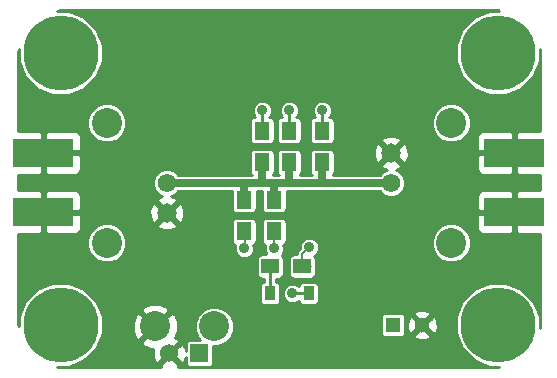
<source format=gbr>
G04 #@! TF.FileFunction,Copper,L2,Bot,Signal*
%FSLAX46Y46*%
G04 Gerber Fmt 4.6, Leading zero omitted, Abs format (unit mm)*
G04 Created by KiCad (PCBNEW (after 2015-mar-04 BZR unknown)-product) date 9/5/2017 9:59:39 AM*
%MOMM*%
G01*
G04 APERTURE LIST*
%ADD10C,0.150000*%
%ADD11C,2.540000*%
%ADD12C,6.350000*%
%ADD13C,1.574800*%
%ADD14C,1.651000*%
%ADD15R,0.909320X1.219200*%
%ADD16R,1.524000X1.524000*%
%ADD17C,1.524000*%
%ADD18R,1.300000X1.300000*%
%ADD19C,1.300000*%
%ADD20R,1.300000X1.500000*%
%ADD21R,1.500000X1.300000*%
%ADD22R,5.080000X2.413000*%
%ADD23C,0.889000*%
%ADD24C,0.203200*%
%ADD25C,0.254000*%
%ADD26C,0.635000*%
G04 APERTURE END LIST*
D10*
D11*
X17018000Y-27178000D03*
X12018000Y-27178000D03*
D12*
X4000000Y-27030000D03*
X41000000Y-4030000D03*
X4000000Y-4030000D03*
D13*
X13000000Y-15030000D03*
D14*
X13000000Y-17570000D03*
D11*
X7920000Y-20110000D03*
X7920000Y-9950000D03*
D12*
X41000000Y-27030000D03*
D13*
X32000000Y-15030000D03*
D14*
X32000000Y-12490000D03*
D11*
X37080000Y-9950000D03*
X37080000Y-20110000D03*
D15*
X25003760Y-24384000D03*
X21732240Y-24384000D03*
D16*
X15748000Y-29464000D03*
D17*
X13208000Y-29464000D03*
D18*
X32131000Y-27051000D03*
D19*
X34631000Y-27051000D03*
D20*
X22098000Y-19130000D03*
X22098000Y-16430000D03*
X19558000Y-19130000D03*
X19558000Y-16430000D03*
X26162000Y-10588000D03*
X26162000Y-13288000D03*
X23368000Y-10588000D03*
X23368000Y-13288000D03*
X21082000Y-10588000D03*
X21082000Y-13288000D03*
D21*
X21764000Y-22098000D03*
X24464000Y-22098000D03*
D22*
X2540000Y-17486000D03*
X2540000Y-12486000D03*
X42418000Y-12486000D03*
X42418000Y-17486000D03*
D23*
X24384000Y-28448000D03*
X17600000Y-10230000D03*
X16510000Y-22098000D03*
X27000000Y-18030000D03*
X6400800Y-12547600D03*
X6350000Y-17526000D03*
X38760400Y-12471400D03*
X38608000Y-17424400D03*
X23622000Y-24384000D03*
X25069800Y-20472400D03*
X22098000Y-20574000D03*
X19558000Y-20574000D03*
X26162000Y-8890000D03*
X23368000Y-8890000D03*
X21082000Y-8890000D03*
D24*
X38608000Y-17424400D02*
X38557200Y-17424400D01*
D25*
X25003760Y-24384000D02*
X23622000Y-24384000D01*
X21732240Y-24384000D02*
X21732240Y-22129760D01*
X21732240Y-22129760D02*
X21764000Y-22098000D01*
X21732240Y-24384000D02*
X21732240Y-24241760D01*
D26*
X22098000Y-16430000D02*
X22098000Y-15157000D01*
X22098000Y-15157000D02*
X22225000Y-15030000D01*
X19558000Y-16430000D02*
X19558000Y-15157000D01*
X19558000Y-15157000D02*
X19685000Y-15030000D01*
X21082000Y-13288000D02*
X21082000Y-15030000D01*
X23368000Y-13288000D02*
X23368000Y-14903000D01*
X23368000Y-14903000D02*
X23495000Y-15030000D01*
X26162000Y-13288000D02*
X26162000Y-15030000D01*
X26035000Y-15030000D02*
X26162000Y-15030000D01*
X26162000Y-15030000D02*
X32000000Y-15030000D01*
X23495000Y-15030000D02*
X26035000Y-15030000D01*
X22225000Y-15030000D02*
X23495000Y-15030000D01*
X20955000Y-15030000D02*
X21082000Y-15030000D01*
X21082000Y-15030000D02*
X22225000Y-15030000D01*
X19685000Y-15030000D02*
X20955000Y-15030000D01*
X13000000Y-15030000D02*
X19685000Y-15030000D01*
D25*
X24066500Y-22098000D02*
X25146000Y-22098000D01*
D24*
X24464000Y-21078200D02*
X25069800Y-20472400D01*
X24464000Y-22098000D02*
X24464000Y-21078200D01*
X22098000Y-20574000D02*
X22098000Y-19005000D01*
X22098000Y-19005000D02*
X22098000Y-18732500D01*
X19558000Y-20574000D02*
X19643000Y-20489000D01*
X19643000Y-20489000D02*
X19558000Y-18732500D01*
D25*
X26162000Y-10588000D02*
X26162000Y-8890000D01*
X26162000Y-8890000D02*
X26197000Y-8925000D01*
X23368000Y-10588000D02*
X23368000Y-8890000D01*
X23368000Y-8890000D02*
X23463000Y-8985000D01*
X21082000Y-10588000D02*
X21082000Y-8890000D01*
X21037000Y-8935000D02*
X21082000Y-8890000D01*
G36*
X44619800Y-26992551D02*
X44564790Y-27269104D01*
X44555784Y-27277681D01*
X44556616Y-26325771D01*
X44016388Y-25018319D01*
X43016942Y-24017128D01*
X42291000Y-23715690D01*
X42291000Y-19168750D01*
X42291000Y-17613000D01*
X42291000Y-17359000D01*
X42291000Y-15803250D01*
X42291000Y-14168750D01*
X42291000Y-12613000D01*
X42291000Y-12359000D01*
X42291000Y-10803250D01*
X42132250Y-10644500D01*
X39751691Y-10644500D01*
X39518302Y-10741173D01*
X39339673Y-10919801D01*
X39243000Y-11153190D01*
X39243000Y-11405809D01*
X39243000Y-12200250D01*
X39401750Y-12359000D01*
X42291000Y-12359000D01*
X42291000Y-12613000D01*
X39401750Y-12613000D01*
X39243000Y-12771750D01*
X39243000Y-13566191D01*
X39243000Y-13818810D01*
X39339673Y-14052199D01*
X39518302Y-14230827D01*
X39751691Y-14327500D01*
X42132250Y-14327500D01*
X42291000Y-14168750D01*
X42291000Y-15803250D01*
X42132250Y-15644500D01*
X39751691Y-15644500D01*
X39518302Y-15741173D01*
X39339673Y-15919801D01*
X39243000Y-16153190D01*
X39243000Y-16405809D01*
X39243000Y-17200250D01*
X39401750Y-17359000D01*
X42291000Y-17359000D01*
X42291000Y-17613000D01*
X39401750Y-17613000D01*
X39243000Y-17771750D01*
X39243000Y-18566191D01*
X39243000Y-18818810D01*
X39339673Y-19052199D01*
X39518302Y-19230827D01*
X39751691Y-19327500D01*
X42132250Y-19327500D01*
X42291000Y-19168750D01*
X42291000Y-23715690D01*
X41710435Y-23474619D01*
X40295771Y-23473384D01*
X38988319Y-24013612D01*
X38731286Y-24270197D01*
X38731286Y-19783037D01*
X38731286Y-9623037D01*
X38480466Y-9016005D01*
X38016437Y-8551166D01*
X37409845Y-8299287D01*
X36753037Y-8298714D01*
X36146005Y-8549534D01*
X35681166Y-9013563D01*
X35429287Y-9620155D01*
X35428714Y-10276963D01*
X35679534Y-10883995D01*
X36143563Y-11348834D01*
X36750155Y-11600713D01*
X37406963Y-11601286D01*
X38013995Y-11350466D01*
X38478834Y-10886437D01*
X38730713Y-10279845D01*
X38731286Y-9623037D01*
X38731286Y-19783037D01*
X38480466Y-19176005D01*
X38016437Y-18711166D01*
X37409845Y-18459287D01*
X36753037Y-18458714D01*
X36146005Y-18709534D01*
X35681166Y-19173563D01*
X35429287Y-19780155D01*
X35428714Y-20436963D01*
X35679534Y-21043995D01*
X36143563Y-21508834D01*
X36750155Y-21760713D01*
X37406963Y-21761286D01*
X38013995Y-21510466D01*
X38478834Y-21046437D01*
X38730713Y-20439845D01*
X38731286Y-19783037D01*
X38731286Y-24270197D01*
X37987128Y-25013058D01*
X37444619Y-26319565D01*
X37443384Y-27734229D01*
X37983612Y-29041681D01*
X38983058Y-30042872D01*
X40289565Y-30585381D01*
X41081973Y-30586072D01*
X41028921Y-30636598D01*
X40962551Y-30649800D01*
X35928622Y-30649800D01*
X35928622Y-27231922D01*
X35899083Y-26721572D01*
X35760611Y-26387271D01*
X35530016Y-26331590D01*
X35350410Y-26511195D01*
X35350410Y-26151984D01*
X35294729Y-25921389D01*
X34811922Y-25753378D01*
X34301572Y-25782917D01*
X33967271Y-25921389D01*
X33911590Y-26151984D01*
X34631000Y-26871395D01*
X35350410Y-26151984D01*
X35350410Y-26511195D01*
X34810605Y-27051000D01*
X35530016Y-27770410D01*
X35760611Y-27714729D01*
X35928622Y-27231922D01*
X35928622Y-30649800D01*
X35350410Y-30649800D01*
X35350410Y-27950016D01*
X34631000Y-27230605D01*
X34451395Y-27410210D01*
X34451395Y-27051000D01*
X33731984Y-26331590D01*
X33501389Y-26387271D01*
X33472340Y-26470748D01*
X33472340Y-12712869D01*
X33445553Y-12132465D01*
X33274976Y-11720656D01*
X33026215Y-11643390D01*
X32846610Y-11822995D01*
X32846610Y-11463785D01*
X32769344Y-11215024D01*
X32222869Y-11017660D01*
X31642465Y-11044447D01*
X31230656Y-11215024D01*
X31153390Y-11463785D01*
X32000000Y-12310395D01*
X32846610Y-11463785D01*
X32846610Y-11822995D01*
X32179605Y-12490000D01*
X33026215Y-13336610D01*
X33274976Y-13259344D01*
X33472340Y-12712869D01*
X33472340Y-26470748D01*
X33333378Y-26870078D01*
X33362917Y-27380428D01*
X33501389Y-27714729D01*
X33731984Y-27770410D01*
X34451395Y-27051000D01*
X34451395Y-27410210D01*
X33911590Y-27950016D01*
X33967271Y-28180611D01*
X34450078Y-28348622D01*
X34960428Y-28319083D01*
X35294729Y-28180611D01*
X35350410Y-27950016D01*
X35350410Y-30649800D01*
X33169464Y-30649800D01*
X33169464Y-27701000D01*
X33169464Y-26401000D01*
X33168602Y-26396557D01*
X33168602Y-14798611D01*
X32991099Y-14369019D01*
X32662709Y-14040057D01*
X32384318Y-13924458D01*
X32769344Y-13764976D01*
X32846610Y-13516215D01*
X32000000Y-12669605D01*
X31820395Y-12849210D01*
X31820395Y-12490000D01*
X30973785Y-11643390D01*
X30725024Y-11720656D01*
X30527660Y-12267131D01*
X30554447Y-12847535D01*
X30725024Y-13259344D01*
X30973785Y-13336610D01*
X31820395Y-12490000D01*
X31820395Y-12849210D01*
X31153390Y-13516215D01*
X31230656Y-13764976D01*
X31642227Y-13913618D01*
X31339019Y-14038901D01*
X31045910Y-14331500D01*
X27058930Y-14331500D01*
X27084956Y-14314404D01*
X27170426Y-14187784D01*
X27200464Y-14038000D01*
X27200464Y-12538000D01*
X27200464Y-11338000D01*
X27200464Y-9838000D01*
X27172278Y-9692726D01*
X27088404Y-9565044D01*
X26961784Y-9479574D01*
X26812000Y-9449536D01*
X26769940Y-9449536D01*
X26861417Y-9358219D01*
X26987357Y-9054923D01*
X26987643Y-8726518D01*
X26862233Y-8423002D01*
X26630219Y-8190583D01*
X26326923Y-8064643D01*
X25998518Y-8064357D01*
X25695002Y-8189767D01*
X25462583Y-8421781D01*
X25336643Y-8725077D01*
X25336357Y-9053482D01*
X25461767Y-9356998D01*
X25554143Y-9449536D01*
X25512000Y-9449536D01*
X25366726Y-9477722D01*
X25239044Y-9561596D01*
X25153574Y-9688216D01*
X25123536Y-9838000D01*
X25123536Y-11338000D01*
X25151722Y-11483274D01*
X25235596Y-11610956D01*
X25362216Y-11696426D01*
X25512000Y-11726464D01*
X26812000Y-11726464D01*
X26957274Y-11698278D01*
X27084956Y-11614404D01*
X27170426Y-11487784D01*
X27200464Y-11338000D01*
X27200464Y-12538000D01*
X27172278Y-12392726D01*
X27088404Y-12265044D01*
X26961784Y-12179574D01*
X26812000Y-12149536D01*
X25512000Y-12149536D01*
X25366726Y-12177722D01*
X25239044Y-12261596D01*
X25153574Y-12388216D01*
X25123536Y-12538000D01*
X25123536Y-14038000D01*
X25151722Y-14183274D01*
X25235596Y-14310956D01*
X25266031Y-14331500D01*
X24264930Y-14331500D01*
X24290956Y-14314404D01*
X24376426Y-14187784D01*
X24406464Y-14038000D01*
X24406464Y-12538000D01*
X24406464Y-11338000D01*
X24406464Y-9838000D01*
X24378278Y-9692726D01*
X24294404Y-9565044D01*
X24167784Y-9479574D01*
X24018000Y-9449536D01*
X23975940Y-9449536D01*
X24067417Y-9358219D01*
X24193357Y-9054923D01*
X24193643Y-8726518D01*
X24068233Y-8423002D01*
X23836219Y-8190583D01*
X23532923Y-8064643D01*
X23204518Y-8064357D01*
X22901002Y-8189767D01*
X22668583Y-8421781D01*
X22542643Y-8725077D01*
X22542357Y-9053482D01*
X22667767Y-9356998D01*
X22760143Y-9449536D01*
X22718000Y-9449536D01*
X22572726Y-9477722D01*
X22445044Y-9561596D01*
X22359574Y-9688216D01*
X22329536Y-9838000D01*
X22329536Y-11338000D01*
X22357722Y-11483274D01*
X22441596Y-11610956D01*
X22568216Y-11696426D01*
X22718000Y-11726464D01*
X24018000Y-11726464D01*
X24163274Y-11698278D01*
X24290956Y-11614404D01*
X24376426Y-11487784D01*
X24406464Y-11338000D01*
X24406464Y-12538000D01*
X24378278Y-12392726D01*
X24294404Y-12265044D01*
X24167784Y-12179574D01*
X24018000Y-12149536D01*
X22718000Y-12149536D01*
X22572726Y-12177722D01*
X22445044Y-12261596D01*
X22359574Y-12388216D01*
X22329536Y-12538000D01*
X22329536Y-14038000D01*
X22357722Y-14183274D01*
X22441596Y-14310956D01*
X22472031Y-14331500D01*
X22225000Y-14331500D01*
X21978930Y-14331500D01*
X22004956Y-14314404D01*
X22090426Y-14187784D01*
X22120464Y-14038000D01*
X22120464Y-12538000D01*
X22120464Y-11338000D01*
X22120464Y-9838000D01*
X22092278Y-9692726D01*
X22008404Y-9565044D01*
X21881784Y-9479574D01*
X21732000Y-9449536D01*
X21689940Y-9449536D01*
X21781417Y-9358219D01*
X21907357Y-9054923D01*
X21907643Y-8726518D01*
X21782233Y-8423002D01*
X21550219Y-8190583D01*
X21246923Y-8064643D01*
X20918518Y-8064357D01*
X20615002Y-8189767D01*
X20382583Y-8421781D01*
X20256643Y-8725077D01*
X20256357Y-9053482D01*
X20381767Y-9356998D01*
X20474143Y-9449536D01*
X20432000Y-9449536D01*
X20286726Y-9477722D01*
X20159044Y-9561596D01*
X20073574Y-9688216D01*
X20043536Y-9838000D01*
X20043536Y-11338000D01*
X20071722Y-11483274D01*
X20155596Y-11610956D01*
X20282216Y-11696426D01*
X20432000Y-11726464D01*
X21732000Y-11726464D01*
X21877274Y-11698278D01*
X22004956Y-11614404D01*
X22090426Y-11487784D01*
X22120464Y-11338000D01*
X22120464Y-12538000D01*
X22092278Y-12392726D01*
X22008404Y-12265044D01*
X21881784Y-12179574D01*
X21732000Y-12149536D01*
X20432000Y-12149536D01*
X20286726Y-12177722D01*
X20159044Y-12261596D01*
X20073574Y-12388216D01*
X20043536Y-12538000D01*
X20043536Y-14038000D01*
X20071722Y-14183274D01*
X20155596Y-14310956D01*
X20186031Y-14331500D01*
X19685000Y-14331500D01*
X13953645Y-14331500D01*
X13662709Y-14040057D01*
X13233429Y-13861804D01*
X12768611Y-13861398D01*
X12339019Y-14038901D01*
X12010057Y-14367291D01*
X11831804Y-14796571D01*
X11831398Y-15261389D01*
X12008901Y-15690981D01*
X12337291Y-16019943D01*
X12615681Y-16135541D01*
X12230656Y-16295024D01*
X12153390Y-16543785D01*
X13000000Y-17390395D01*
X13846610Y-16543785D01*
X13769344Y-16295024D01*
X13357772Y-16146381D01*
X13660981Y-16021099D01*
X13954089Y-15728500D01*
X18519536Y-15728500D01*
X18519536Y-17180000D01*
X18547722Y-17325274D01*
X18631596Y-17452956D01*
X18758216Y-17538426D01*
X18908000Y-17568464D01*
X20208000Y-17568464D01*
X20353274Y-17540278D01*
X20480956Y-17456404D01*
X20566426Y-17329784D01*
X20596464Y-17180000D01*
X20596464Y-15728500D01*
X20955000Y-15728500D01*
X21059536Y-15728500D01*
X21059536Y-17180000D01*
X21087722Y-17325274D01*
X21171596Y-17452956D01*
X21298216Y-17538426D01*
X21448000Y-17568464D01*
X22748000Y-17568464D01*
X22893274Y-17540278D01*
X23020956Y-17456404D01*
X23106426Y-17329784D01*
X23136464Y-17180000D01*
X23136464Y-15728500D01*
X23495000Y-15728500D01*
X26035000Y-15728500D01*
X26162000Y-15728500D01*
X31046354Y-15728500D01*
X31337291Y-16019943D01*
X31766571Y-16198196D01*
X32231389Y-16198602D01*
X32660981Y-16021099D01*
X32989943Y-15692709D01*
X33168196Y-15263429D01*
X33168602Y-14798611D01*
X33168602Y-26396557D01*
X33141278Y-26255726D01*
X33057404Y-26128044D01*
X32930784Y-26042574D01*
X32781000Y-26012536D01*
X31481000Y-26012536D01*
X31335726Y-26040722D01*
X31208044Y-26124596D01*
X31122574Y-26251216D01*
X31092536Y-26401000D01*
X31092536Y-27701000D01*
X31120722Y-27846274D01*
X31204596Y-27973956D01*
X31331216Y-28059426D01*
X31481000Y-28089464D01*
X32781000Y-28089464D01*
X32926274Y-28061278D01*
X33053956Y-27977404D01*
X33139426Y-27850784D01*
X33169464Y-27701000D01*
X33169464Y-30649800D01*
X25895443Y-30649800D01*
X25895443Y-20308918D01*
X25770033Y-20005402D01*
X25538019Y-19772983D01*
X25234723Y-19647043D01*
X24906318Y-19646757D01*
X24602802Y-19772167D01*
X24370383Y-20004181D01*
X24244443Y-20307477D01*
X24244174Y-20615525D01*
X24122750Y-20736950D01*
X24018136Y-20893517D01*
X23985112Y-21059536D01*
X23714000Y-21059536D01*
X23568726Y-21087722D01*
X23441044Y-21171596D01*
X23355574Y-21298216D01*
X23325536Y-21448000D01*
X23325536Y-22748000D01*
X23353722Y-22893274D01*
X23437596Y-23020956D01*
X23564216Y-23106426D01*
X23714000Y-23136464D01*
X25214000Y-23136464D01*
X25359274Y-23108278D01*
X25486956Y-23024404D01*
X25572426Y-22897784D01*
X25602464Y-22748000D01*
X25602464Y-22311659D01*
X25615331Y-22292403D01*
X25654000Y-22098000D01*
X25615331Y-21903597D01*
X25602464Y-21884340D01*
X25602464Y-21448000D01*
X25574278Y-21302726D01*
X25499062Y-21188224D01*
X25536798Y-21172633D01*
X25769217Y-20940619D01*
X25895157Y-20637323D01*
X25895443Y-20308918D01*
X25895443Y-30649800D01*
X25846884Y-30649800D01*
X25846884Y-24993600D01*
X25846884Y-23774400D01*
X25818698Y-23629126D01*
X25734824Y-23501444D01*
X25608204Y-23415974D01*
X25458420Y-23385936D01*
X24549100Y-23385936D01*
X24403826Y-23414122D01*
X24276144Y-23497996D01*
X24190674Y-23624616D01*
X24163855Y-23758347D01*
X24090219Y-23684583D01*
X23786923Y-23558643D01*
X23458518Y-23558357D01*
X23155002Y-23683767D01*
X23136464Y-23702272D01*
X23136464Y-19880000D01*
X23136464Y-18380000D01*
X23108278Y-18234726D01*
X23024404Y-18107044D01*
X22897784Y-18021574D01*
X22748000Y-17991536D01*
X21448000Y-17991536D01*
X21302726Y-18019722D01*
X21175044Y-18103596D01*
X21089574Y-18230216D01*
X21059536Y-18380000D01*
X21059536Y-19880000D01*
X21087722Y-20025274D01*
X21171596Y-20152956D01*
X21298216Y-20238426D01*
X21340022Y-20246809D01*
X21272643Y-20409077D01*
X21272357Y-20737482D01*
X21397767Y-21040998D01*
X21416272Y-21059536D01*
X21014000Y-21059536D01*
X20868726Y-21087722D01*
X20741044Y-21171596D01*
X20655574Y-21298216D01*
X20625536Y-21448000D01*
X20625536Y-22748000D01*
X20653722Y-22893274D01*
X20737596Y-23020956D01*
X20864216Y-23106426D01*
X21014000Y-23136464D01*
X21224240Y-23136464D01*
X21224240Y-23396285D01*
X21132306Y-23414122D01*
X21004624Y-23497996D01*
X20919154Y-23624616D01*
X20889116Y-23774400D01*
X20889116Y-24993600D01*
X20917302Y-25138874D01*
X21001176Y-25266556D01*
X21127796Y-25352026D01*
X21277580Y-25382064D01*
X22186900Y-25382064D01*
X22332174Y-25353878D01*
X22459856Y-25270004D01*
X22545326Y-25143384D01*
X22575364Y-24993600D01*
X22575364Y-23774400D01*
X22547178Y-23629126D01*
X22463304Y-23501444D01*
X22336684Y-23415974D01*
X22240240Y-23396632D01*
X22240240Y-23136464D01*
X22514000Y-23136464D01*
X22659274Y-23108278D01*
X22786956Y-23024404D01*
X22872426Y-22897784D01*
X22902464Y-22748000D01*
X22902464Y-21448000D01*
X22874278Y-21302726D01*
X22790404Y-21175044D01*
X22715207Y-21124285D01*
X22797417Y-21042219D01*
X22923357Y-20738923D01*
X22923643Y-20410518D01*
X22856268Y-20247457D01*
X22893274Y-20240278D01*
X23020956Y-20156404D01*
X23106426Y-20029784D01*
X23136464Y-19880000D01*
X23136464Y-23702272D01*
X22922583Y-23915781D01*
X22796643Y-24219077D01*
X22796357Y-24547482D01*
X22921767Y-24850998D01*
X23153781Y-25083417D01*
X23457077Y-25209357D01*
X23785482Y-25209643D01*
X24088998Y-25084233D01*
X24163743Y-25009617D01*
X24188822Y-25138874D01*
X24272696Y-25266556D01*
X24399316Y-25352026D01*
X24549100Y-25382064D01*
X25458420Y-25382064D01*
X25603694Y-25353878D01*
X25731376Y-25270004D01*
X25816846Y-25143384D01*
X25846884Y-24993600D01*
X25846884Y-30649800D01*
X20596464Y-30649800D01*
X20596464Y-19880000D01*
X20596464Y-18380000D01*
X20568278Y-18234726D01*
X20484404Y-18107044D01*
X20357784Y-18021574D01*
X20208000Y-17991536D01*
X18908000Y-17991536D01*
X18762726Y-18019722D01*
X18635044Y-18103596D01*
X18549574Y-18230216D01*
X18519536Y-18380000D01*
X18519536Y-19880000D01*
X18547722Y-20025274D01*
X18631596Y-20152956D01*
X18758216Y-20238426D01*
X18800022Y-20246809D01*
X18732643Y-20409077D01*
X18732357Y-20737482D01*
X18857767Y-21040998D01*
X19089781Y-21273417D01*
X19393077Y-21399357D01*
X19721482Y-21399643D01*
X20024998Y-21274233D01*
X20257417Y-21042219D01*
X20383357Y-20738923D01*
X20383643Y-20410518D01*
X20316268Y-20247457D01*
X20353274Y-20240278D01*
X20480956Y-20156404D01*
X20566426Y-20029784D01*
X20596464Y-19880000D01*
X20596464Y-30649800D01*
X18669286Y-30649800D01*
X18669286Y-26851037D01*
X18418466Y-26244005D01*
X17954437Y-25779166D01*
X17347845Y-25527287D01*
X16691037Y-25526714D01*
X16084005Y-25777534D01*
X15619166Y-26241563D01*
X15367287Y-26848155D01*
X15366714Y-27504963D01*
X15617534Y-28111995D01*
X15818723Y-28313536D01*
X14986000Y-28313536D01*
X14840726Y-28341722D01*
X14713044Y-28425596D01*
X14627574Y-28552216D01*
X14597536Y-28702000D01*
X14597536Y-29279943D01*
X14589362Y-29116632D01*
X14472340Y-28834116D01*
X14472340Y-17792869D01*
X14445553Y-17212465D01*
X14274976Y-16800656D01*
X14026215Y-16723390D01*
X13179605Y-17570000D01*
X14026215Y-18416610D01*
X14274976Y-18339344D01*
X14472340Y-17792869D01*
X14472340Y-28834116D01*
X14430397Y-28732857D01*
X14188213Y-28663392D01*
X14008608Y-28842997D01*
X14008608Y-28483787D01*
X13939143Y-28241603D01*
X13685045Y-28150949D01*
X13932261Y-27506964D01*
X13912436Y-26749368D01*
X13846610Y-26590450D01*
X13846610Y-18596215D01*
X13000000Y-17749605D01*
X12820395Y-17929210D01*
X12820395Y-17570000D01*
X11973785Y-16723390D01*
X11725024Y-16800656D01*
X11527660Y-17347131D01*
X11554447Y-17927535D01*
X11725024Y-18339344D01*
X11973785Y-18416610D01*
X12820395Y-17570000D01*
X12820395Y-17929210D01*
X12153390Y-18596215D01*
X12230656Y-18844976D01*
X12777131Y-19042340D01*
X13357535Y-19015553D01*
X13769344Y-18844976D01*
X13846610Y-18596215D01*
X13846610Y-26590450D01*
X13660657Y-26141520D01*
X13365777Y-26009828D01*
X13186172Y-26189433D01*
X13186172Y-25830223D01*
X13054480Y-25535343D01*
X12346964Y-25263739D01*
X11589368Y-25283564D01*
X10981520Y-25535343D01*
X10849828Y-25830223D01*
X12018000Y-26998395D01*
X13186172Y-25830223D01*
X13186172Y-26189433D01*
X12197605Y-27178000D01*
X12211747Y-27192142D01*
X12032142Y-27371747D01*
X12018000Y-27357605D01*
X11838395Y-27537210D01*
X11838395Y-27178000D01*
X10670223Y-26009828D01*
X10375343Y-26141520D01*
X10103739Y-26849036D01*
X10123564Y-27606632D01*
X10375343Y-28214480D01*
X10670223Y-28346172D01*
X11838395Y-27178000D01*
X11838395Y-27537210D01*
X10849828Y-28525777D01*
X10981520Y-28820657D01*
X11689036Y-29092261D01*
X11858966Y-29087814D01*
X11798856Y-29256302D01*
X11826638Y-29811368D01*
X11985603Y-30195143D01*
X12227787Y-30264608D01*
X13028395Y-29464000D01*
X13014252Y-29449857D01*
X13193857Y-29270252D01*
X13208000Y-29284395D01*
X14008608Y-28483787D01*
X14008608Y-28842997D01*
X13387605Y-29464000D01*
X14188213Y-30264608D01*
X14430397Y-30195143D01*
X14597536Y-29726658D01*
X14597536Y-30226000D01*
X14625722Y-30371274D01*
X14709596Y-30498956D01*
X14836216Y-30584426D01*
X14986000Y-30614464D01*
X16510000Y-30614464D01*
X16655274Y-30586278D01*
X16782956Y-30502404D01*
X16868426Y-30375784D01*
X16898464Y-30226000D01*
X16898464Y-28828896D01*
X17344963Y-28829286D01*
X17951995Y-28578466D01*
X18416834Y-28114437D01*
X18668713Y-27507845D01*
X18669286Y-26851037D01*
X18669286Y-30649800D01*
X13949640Y-30649800D01*
X14008608Y-30444213D01*
X13208000Y-29643605D01*
X12407392Y-30444213D01*
X12466359Y-30649800D01*
X9571286Y-30649800D01*
X9571286Y-19783037D01*
X9571286Y-9623037D01*
X9320466Y-9016005D01*
X8856437Y-8551166D01*
X8249845Y-8299287D01*
X7593037Y-8298714D01*
X6986005Y-8549534D01*
X6521166Y-9013563D01*
X6269287Y-9620155D01*
X6268714Y-10276963D01*
X6519534Y-10883995D01*
X6983563Y-11348834D01*
X7590155Y-11600713D01*
X8246963Y-11601286D01*
X8853995Y-11350466D01*
X9318834Y-10886437D01*
X9570713Y-10279845D01*
X9571286Y-9623037D01*
X9571286Y-19783037D01*
X9320466Y-19176005D01*
X8856437Y-18711166D01*
X8249845Y-18459287D01*
X7593037Y-18458714D01*
X6986005Y-18709534D01*
X6521166Y-19173563D01*
X6269287Y-19780155D01*
X6268714Y-20436963D01*
X6519534Y-21043995D01*
X6983563Y-21508834D01*
X7590155Y-21760713D01*
X8246963Y-21761286D01*
X8853995Y-21510466D01*
X9318834Y-21046437D01*
X9570713Y-20439845D01*
X9571286Y-19783037D01*
X9571286Y-30649800D01*
X4037448Y-30649800D01*
X3715461Y-30585752D01*
X4704229Y-30586616D01*
X6011681Y-30046388D01*
X7012872Y-29046942D01*
X7555381Y-27740435D01*
X7556616Y-26325771D01*
X7016388Y-25018319D01*
X6016942Y-24017128D01*
X5715000Y-23891750D01*
X5715000Y-18818810D01*
X5715000Y-18566191D01*
X5715000Y-17771750D01*
X5715000Y-17200250D01*
X5715000Y-16405809D01*
X5715000Y-16153190D01*
X5715000Y-13818810D01*
X5715000Y-13566191D01*
X5715000Y-12771750D01*
X5715000Y-12200250D01*
X5715000Y-11405809D01*
X5715000Y-11153190D01*
X5618327Y-10919801D01*
X5439698Y-10741173D01*
X5206309Y-10644500D01*
X2825750Y-10644500D01*
X2667000Y-10803250D01*
X2667000Y-12359000D01*
X5556250Y-12359000D01*
X5715000Y-12200250D01*
X5715000Y-12771750D01*
X5556250Y-12613000D01*
X2667000Y-12613000D01*
X2667000Y-14168750D01*
X2825750Y-14327500D01*
X5206309Y-14327500D01*
X5439698Y-14230827D01*
X5618327Y-14052199D01*
X5715000Y-13818810D01*
X5715000Y-16153190D01*
X5618327Y-15919801D01*
X5439698Y-15741173D01*
X5206309Y-15644500D01*
X2825750Y-15644500D01*
X2667000Y-15803250D01*
X2667000Y-17359000D01*
X5556250Y-17359000D01*
X5715000Y-17200250D01*
X5715000Y-17771750D01*
X5556250Y-17613000D01*
X2667000Y-17613000D01*
X2667000Y-19168750D01*
X2825750Y-19327500D01*
X5206309Y-19327500D01*
X5439698Y-19230827D01*
X5618327Y-19052199D01*
X5715000Y-18818810D01*
X5715000Y-23891750D01*
X4710435Y-23474619D01*
X3295771Y-23473384D01*
X1988319Y-24013612D01*
X987128Y-25013058D01*
X444619Y-26319565D01*
X443910Y-27131343D01*
X397633Y-27080195D01*
X380200Y-26992551D01*
X380200Y-19327500D01*
X2254250Y-19327500D01*
X2413000Y-19168750D01*
X2413000Y-17613000D01*
X2393000Y-17613000D01*
X2393000Y-17359000D01*
X2413000Y-17359000D01*
X2413000Y-15803250D01*
X2254250Y-15644500D01*
X380200Y-15644500D01*
X380200Y-14327500D01*
X2254250Y-14327500D01*
X2413000Y-14168750D01*
X2413000Y-12613000D01*
X2393000Y-12613000D01*
X2393000Y-12359000D01*
X2413000Y-12359000D01*
X2413000Y-10803250D01*
X2254250Y-10644500D01*
X380200Y-10644500D01*
X380200Y-4037448D01*
X444273Y-3715329D01*
X443384Y-4734229D01*
X983612Y-6041681D01*
X1983058Y-7042872D01*
X3289565Y-7585381D01*
X4704229Y-7586616D01*
X6011681Y-7046388D01*
X7012872Y-6046942D01*
X7555381Y-4740435D01*
X7556616Y-3325771D01*
X7016388Y-2018319D01*
X6016942Y-1017128D01*
X4710435Y-474619D01*
X3688679Y-473727D01*
X3724063Y-442536D01*
X4037448Y-380200D01*
X40962551Y-380200D01*
X41033172Y-394247D01*
X41127349Y-474109D01*
X40295771Y-473384D01*
X38988319Y-1013612D01*
X37987128Y-2013058D01*
X37444619Y-3319565D01*
X37443384Y-4734229D01*
X37983612Y-6041681D01*
X38983058Y-7042872D01*
X40289565Y-7585381D01*
X41704229Y-7586616D01*
X43011681Y-7046388D01*
X44012872Y-6046942D01*
X44555381Y-4740435D01*
X44556273Y-3718079D01*
X44619800Y-4037448D01*
X44619800Y-10644500D01*
X42703750Y-10644500D01*
X42545000Y-10803250D01*
X42545000Y-12359000D01*
X42565000Y-12359000D01*
X42565000Y-12613000D01*
X42545000Y-12613000D01*
X42545000Y-14168750D01*
X42703750Y-14327500D01*
X44619800Y-14327500D01*
X44619800Y-15644500D01*
X42703750Y-15644500D01*
X42545000Y-15803250D01*
X42545000Y-17359000D01*
X42565000Y-17359000D01*
X42565000Y-17613000D01*
X42545000Y-17613000D01*
X42545000Y-19168750D01*
X42703750Y-19327500D01*
X44619800Y-19327500D01*
X44619800Y-26992551D01*
X44619800Y-26992551D01*
G37*
X44619800Y-26992551D02*
X44564790Y-27269104D01*
X44555784Y-27277681D01*
X44556616Y-26325771D01*
X44016388Y-25018319D01*
X43016942Y-24017128D01*
X42291000Y-23715690D01*
X42291000Y-19168750D01*
X42291000Y-17613000D01*
X42291000Y-17359000D01*
X42291000Y-15803250D01*
X42291000Y-14168750D01*
X42291000Y-12613000D01*
X42291000Y-12359000D01*
X42291000Y-10803250D01*
X42132250Y-10644500D01*
X39751691Y-10644500D01*
X39518302Y-10741173D01*
X39339673Y-10919801D01*
X39243000Y-11153190D01*
X39243000Y-11405809D01*
X39243000Y-12200250D01*
X39401750Y-12359000D01*
X42291000Y-12359000D01*
X42291000Y-12613000D01*
X39401750Y-12613000D01*
X39243000Y-12771750D01*
X39243000Y-13566191D01*
X39243000Y-13818810D01*
X39339673Y-14052199D01*
X39518302Y-14230827D01*
X39751691Y-14327500D01*
X42132250Y-14327500D01*
X42291000Y-14168750D01*
X42291000Y-15803250D01*
X42132250Y-15644500D01*
X39751691Y-15644500D01*
X39518302Y-15741173D01*
X39339673Y-15919801D01*
X39243000Y-16153190D01*
X39243000Y-16405809D01*
X39243000Y-17200250D01*
X39401750Y-17359000D01*
X42291000Y-17359000D01*
X42291000Y-17613000D01*
X39401750Y-17613000D01*
X39243000Y-17771750D01*
X39243000Y-18566191D01*
X39243000Y-18818810D01*
X39339673Y-19052199D01*
X39518302Y-19230827D01*
X39751691Y-19327500D01*
X42132250Y-19327500D01*
X42291000Y-19168750D01*
X42291000Y-23715690D01*
X41710435Y-23474619D01*
X40295771Y-23473384D01*
X38988319Y-24013612D01*
X38731286Y-24270197D01*
X38731286Y-19783037D01*
X38731286Y-9623037D01*
X38480466Y-9016005D01*
X38016437Y-8551166D01*
X37409845Y-8299287D01*
X36753037Y-8298714D01*
X36146005Y-8549534D01*
X35681166Y-9013563D01*
X35429287Y-9620155D01*
X35428714Y-10276963D01*
X35679534Y-10883995D01*
X36143563Y-11348834D01*
X36750155Y-11600713D01*
X37406963Y-11601286D01*
X38013995Y-11350466D01*
X38478834Y-10886437D01*
X38730713Y-10279845D01*
X38731286Y-9623037D01*
X38731286Y-19783037D01*
X38480466Y-19176005D01*
X38016437Y-18711166D01*
X37409845Y-18459287D01*
X36753037Y-18458714D01*
X36146005Y-18709534D01*
X35681166Y-19173563D01*
X35429287Y-19780155D01*
X35428714Y-20436963D01*
X35679534Y-21043995D01*
X36143563Y-21508834D01*
X36750155Y-21760713D01*
X37406963Y-21761286D01*
X38013995Y-21510466D01*
X38478834Y-21046437D01*
X38730713Y-20439845D01*
X38731286Y-19783037D01*
X38731286Y-24270197D01*
X37987128Y-25013058D01*
X37444619Y-26319565D01*
X37443384Y-27734229D01*
X37983612Y-29041681D01*
X38983058Y-30042872D01*
X40289565Y-30585381D01*
X41081973Y-30586072D01*
X41028921Y-30636598D01*
X40962551Y-30649800D01*
X35928622Y-30649800D01*
X35928622Y-27231922D01*
X35899083Y-26721572D01*
X35760611Y-26387271D01*
X35530016Y-26331590D01*
X35350410Y-26511195D01*
X35350410Y-26151984D01*
X35294729Y-25921389D01*
X34811922Y-25753378D01*
X34301572Y-25782917D01*
X33967271Y-25921389D01*
X33911590Y-26151984D01*
X34631000Y-26871395D01*
X35350410Y-26151984D01*
X35350410Y-26511195D01*
X34810605Y-27051000D01*
X35530016Y-27770410D01*
X35760611Y-27714729D01*
X35928622Y-27231922D01*
X35928622Y-30649800D01*
X35350410Y-30649800D01*
X35350410Y-27950016D01*
X34631000Y-27230605D01*
X34451395Y-27410210D01*
X34451395Y-27051000D01*
X33731984Y-26331590D01*
X33501389Y-26387271D01*
X33472340Y-26470748D01*
X33472340Y-12712869D01*
X33445553Y-12132465D01*
X33274976Y-11720656D01*
X33026215Y-11643390D01*
X32846610Y-11822995D01*
X32846610Y-11463785D01*
X32769344Y-11215024D01*
X32222869Y-11017660D01*
X31642465Y-11044447D01*
X31230656Y-11215024D01*
X31153390Y-11463785D01*
X32000000Y-12310395D01*
X32846610Y-11463785D01*
X32846610Y-11822995D01*
X32179605Y-12490000D01*
X33026215Y-13336610D01*
X33274976Y-13259344D01*
X33472340Y-12712869D01*
X33472340Y-26470748D01*
X33333378Y-26870078D01*
X33362917Y-27380428D01*
X33501389Y-27714729D01*
X33731984Y-27770410D01*
X34451395Y-27051000D01*
X34451395Y-27410210D01*
X33911590Y-27950016D01*
X33967271Y-28180611D01*
X34450078Y-28348622D01*
X34960428Y-28319083D01*
X35294729Y-28180611D01*
X35350410Y-27950016D01*
X35350410Y-30649800D01*
X33169464Y-30649800D01*
X33169464Y-27701000D01*
X33169464Y-26401000D01*
X33168602Y-26396557D01*
X33168602Y-14798611D01*
X32991099Y-14369019D01*
X32662709Y-14040057D01*
X32384318Y-13924458D01*
X32769344Y-13764976D01*
X32846610Y-13516215D01*
X32000000Y-12669605D01*
X31820395Y-12849210D01*
X31820395Y-12490000D01*
X30973785Y-11643390D01*
X30725024Y-11720656D01*
X30527660Y-12267131D01*
X30554447Y-12847535D01*
X30725024Y-13259344D01*
X30973785Y-13336610D01*
X31820395Y-12490000D01*
X31820395Y-12849210D01*
X31153390Y-13516215D01*
X31230656Y-13764976D01*
X31642227Y-13913618D01*
X31339019Y-14038901D01*
X31045910Y-14331500D01*
X27058930Y-14331500D01*
X27084956Y-14314404D01*
X27170426Y-14187784D01*
X27200464Y-14038000D01*
X27200464Y-12538000D01*
X27200464Y-11338000D01*
X27200464Y-9838000D01*
X27172278Y-9692726D01*
X27088404Y-9565044D01*
X26961784Y-9479574D01*
X26812000Y-9449536D01*
X26769940Y-9449536D01*
X26861417Y-9358219D01*
X26987357Y-9054923D01*
X26987643Y-8726518D01*
X26862233Y-8423002D01*
X26630219Y-8190583D01*
X26326923Y-8064643D01*
X25998518Y-8064357D01*
X25695002Y-8189767D01*
X25462583Y-8421781D01*
X25336643Y-8725077D01*
X25336357Y-9053482D01*
X25461767Y-9356998D01*
X25554143Y-9449536D01*
X25512000Y-9449536D01*
X25366726Y-9477722D01*
X25239044Y-9561596D01*
X25153574Y-9688216D01*
X25123536Y-9838000D01*
X25123536Y-11338000D01*
X25151722Y-11483274D01*
X25235596Y-11610956D01*
X25362216Y-11696426D01*
X25512000Y-11726464D01*
X26812000Y-11726464D01*
X26957274Y-11698278D01*
X27084956Y-11614404D01*
X27170426Y-11487784D01*
X27200464Y-11338000D01*
X27200464Y-12538000D01*
X27172278Y-12392726D01*
X27088404Y-12265044D01*
X26961784Y-12179574D01*
X26812000Y-12149536D01*
X25512000Y-12149536D01*
X25366726Y-12177722D01*
X25239044Y-12261596D01*
X25153574Y-12388216D01*
X25123536Y-12538000D01*
X25123536Y-14038000D01*
X25151722Y-14183274D01*
X25235596Y-14310956D01*
X25266031Y-14331500D01*
X24264930Y-14331500D01*
X24290956Y-14314404D01*
X24376426Y-14187784D01*
X24406464Y-14038000D01*
X24406464Y-12538000D01*
X24406464Y-11338000D01*
X24406464Y-9838000D01*
X24378278Y-9692726D01*
X24294404Y-9565044D01*
X24167784Y-9479574D01*
X24018000Y-9449536D01*
X23975940Y-9449536D01*
X24067417Y-9358219D01*
X24193357Y-9054923D01*
X24193643Y-8726518D01*
X24068233Y-8423002D01*
X23836219Y-8190583D01*
X23532923Y-8064643D01*
X23204518Y-8064357D01*
X22901002Y-8189767D01*
X22668583Y-8421781D01*
X22542643Y-8725077D01*
X22542357Y-9053482D01*
X22667767Y-9356998D01*
X22760143Y-9449536D01*
X22718000Y-9449536D01*
X22572726Y-9477722D01*
X22445044Y-9561596D01*
X22359574Y-9688216D01*
X22329536Y-9838000D01*
X22329536Y-11338000D01*
X22357722Y-11483274D01*
X22441596Y-11610956D01*
X22568216Y-11696426D01*
X22718000Y-11726464D01*
X24018000Y-11726464D01*
X24163274Y-11698278D01*
X24290956Y-11614404D01*
X24376426Y-11487784D01*
X24406464Y-11338000D01*
X24406464Y-12538000D01*
X24378278Y-12392726D01*
X24294404Y-12265044D01*
X24167784Y-12179574D01*
X24018000Y-12149536D01*
X22718000Y-12149536D01*
X22572726Y-12177722D01*
X22445044Y-12261596D01*
X22359574Y-12388216D01*
X22329536Y-12538000D01*
X22329536Y-14038000D01*
X22357722Y-14183274D01*
X22441596Y-14310956D01*
X22472031Y-14331500D01*
X22225000Y-14331500D01*
X21978930Y-14331500D01*
X22004956Y-14314404D01*
X22090426Y-14187784D01*
X22120464Y-14038000D01*
X22120464Y-12538000D01*
X22120464Y-11338000D01*
X22120464Y-9838000D01*
X22092278Y-9692726D01*
X22008404Y-9565044D01*
X21881784Y-9479574D01*
X21732000Y-9449536D01*
X21689940Y-9449536D01*
X21781417Y-9358219D01*
X21907357Y-9054923D01*
X21907643Y-8726518D01*
X21782233Y-8423002D01*
X21550219Y-8190583D01*
X21246923Y-8064643D01*
X20918518Y-8064357D01*
X20615002Y-8189767D01*
X20382583Y-8421781D01*
X20256643Y-8725077D01*
X20256357Y-9053482D01*
X20381767Y-9356998D01*
X20474143Y-9449536D01*
X20432000Y-9449536D01*
X20286726Y-9477722D01*
X20159044Y-9561596D01*
X20073574Y-9688216D01*
X20043536Y-9838000D01*
X20043536Y-11338000D01*
X20071722Y-11483274D01*
X20155596Y-11610956D01*
X20282216Y-11696426D01*
X20432000Y-11726464D01*
X21732000Y-11726464D01*
X21877274Y-11698278D01*
X22004956Y-11614404D01*
X22090426Y-11487784D01*
X22120464Y-11338000D01*
X22120464Y-12538000D01*
X22092278Y-12392726D01*
X22008404Y-12265044D01*
X21881784Y-12179574D01*
X21732000Y-12149536D01*
X20432000Y-12149536D01*
X20286726Y-12177722D01*
X20159044Y-12261596D01*
X20073574Y-12388216D01*
X20043536Y-12538000D01*
X20043536Y-14038000D01*
X20071722Y-14183274D01*
X20155596Y-14310956D01*
X20186031Y-14331500D01*
X19685000Y-14331500D01*
X13953645Y-14331500D01*
X13662709Y-14040057D01*
X13233429Y-13861804D01*
X12768611Y-13861398D01*
X12339019Y-14038901D01*
X12010057Y-14367291D01*
X11831804Y-14796571D01*
X11831398Y-15261389D01*
X12008901Y-15690981D01*
X12337291Y-16019943D01*
X12615681Y-16135541D01*
X12230656Y-16295024D01*
X12153390Y-16543785D01*
X13000000Y-17390395D01*
X13846610Y-16543785D01*
X13769344Y-16295024D01*
X13357772Y-16146381D01*
X13660981Y-16021099D01*
X13954089Y-15728500D01*
X18519536Y-15728500D01*
X18519536Y-17180000D01*
X18547722Y-17325274D01*
X18631596Y-17452956D01*
X18758216Y-17538426D01*
X18908000Y-17568464D01*
X20208000Y-17568464D01*
X20353274Y-17540278D01*
X20480956Y-17456404D01*
X20566426Y-17329784D01*
X20596464Y-17180000D01*
X20596464Y-15728500D01*
X20955000Y-15728500D01*
X21059536Y-15728500D01*
X21059536Y-17180000D01*
X21087722Y-17325274D01*
X21171596Y-17452956D01*
X21298216Y-17538426D01*
X21448000Y-17568464D01*
X22748000Y-17568464D01*
X22893274Y-17540278D01*
X23020956Y-17456404D01*
X23106426Y-17329784D01*
X23136464Y-17180000D01*
X23136464Y-15728500D01*
X23495000Y-15728500D01*
X26035000Y-15728500D01*
X26162000Y-15728500D01*
X31046354Y-15728500D01*
X31337291Y-16019943D01*
X31766571Y-16198196D01*
X32231389Y-16198602D01*
X32660981Y-16021099D01*
X32989943Y-15692709D01*
X33168196Y-15263429D01*
X33168602Y-14798611D01*
X33168602Y-26396557D01*
X33141278Y-26255726D01*
X33057404Y-26128044D01*
X32930784Y-26042574D01*
X32781000Y-26012536D01*
X31481000Y-26012536D01*
X31335726Y-26040722D01*
X31208044Y-26124596D01*
X31122574Y-26251216D01*
X31092536Y-26401000D01*
X31092536Y-27701000D01*
X31120722Y-27846274D01*
X31204596Y-27973956D01*
X31331216Y-28059426D01*
X31481000Y-28089464D01*
X32781000Y-28089464D01*
X32926274Y-28061278D01*
X33053956Y-27977404D01*
X33139426Y-27850784D01*
X33169464Y-27701000D01*
X33169464Y-30649800D01*
X25895443Y-30649800D01*
X25895443Y-20308918D01*
X25770033Y-20005402D01*
X25538019Y-19772983D01*
X25234723Y-19647043D01*
X24906318Y-19646757D01*
X24602802Y-19772167D01*
X24370383Y-20004181D01*
X24244443Y-20307477D01*
X24244174Y-20615525D01*
X24122750Y-20736950D01*
X24018136Y-20893517D01*
X23985112Y-21059536D01*
X23714000Y-21059536D01*
X23568726Y-21087722D01*
X23441044Y-21171596D01*
X23355574Y-21298216D01*
X23325536Y-21448000D01*
X23325536Y-22748000D01*
X23353722Y-22893274D01*
X23437596Y-23020956D01*
X23564216Y-23106426D01*
X23714000Y-23136464D01*
X25214000Y-23136464D01*
X25359274Y-23108278D01*
X25486956Y-23024404D01*
X25572426Y-22897784D01*
X25602464Y-22748000D01*
X25602464Y-22311659D01*
X25615331Y-22292403D01*
X25654000Y-22098000D01*
X25615331Y-21903597D01*
X25602464Y-21884340D01*
X25602464Y-21448000D01*
X25574278Y-21302726D01*
X25499062Y-21188224D01*
X25536798Y-21172633D01*
X25769217Y-20940619D01*
X25895157Y-20637323D01*
X25895443Y-20308918D01*
X25895443Y-30649800D01*
X25846884Y-30649800D01*
X25846884Y-24993600D01*
X25846884Y-23774400D01*
X25818698Y-23629126D01*
X25734824Y-23501444D01*
X25608204Y-23415974D01*
X25458420Y-23385936D01*
X24549100Y-23385936D01*
X24403826Y-23414122D01*
X24276144Y-23497996D01*
X24190674Y-23624616D01*
X24163855Y-23758347D01*
X24090219Y-23684583D01*
X23786923Y-23558643D01*
X23458518Y-23558357D01*
X23155002Y-23683767D01*
X23136464Y-23702272D01*
X23136464Y-19880000D01*
X23136464Y-18380000D01*
X23108278Y-18234726D01*
X23024404Y-18107044D01*
X22897784Y-18021574D01*
X22748000Y-17991536D01*
X21448000Y-17991536D01*
X21302726Y-18019722D01*
X21175044Y-18103596D01*
X21089574Y-18230216D01*
X21059536Y-18380000D01*
X21059536Y-19880000D01*
X21087722Y-20025274D01*
X21171596Y-20152956D01*
X21298216Y-20238426D01*
X21340022Y-20246809D01*
X21272643Y-20409077D01*
X21272357Y-20737482D01*
X21397767Y-21040998D01*
X21416272Y-21059536D01*
X21014000Y-21059536D01*
X20868726Y-21087722D01*
X20741044Y-21171596D01*
X20655574Y-21298216D01*
X20625536Y-21448000D01*
X20625536Y-22748000D01*
X20653722Y-22893274D01*
X20737596Y-23020956D01*
X20864216Y-23106426D01*
X21014000Y-23136464D01*
X21224240Y-23136464D01*
X21224240Y-23396285D01*
X21132306Y-23414122D01*
X21004624Y-23497996D01*
X20919154Y-23624616D01*
X20889116Y-23774400D01*
X20889116Y-24993600D01*
X20917302Y-25138874D01*
X21001176Y-25266556D01*
X21127796Y-25352026D01*
X21277580Y-25382064D01*
X22186900Y-25382064D01*
X22332174Y-25353878D01*
X22459856Y-25270004D01*
X22545326Y-25143384D01*
X22575364Y-24993600D01*
X22575364Y-23774400D01*
X22547178Y-23629126D01*
X22463304Y-23501444D01*
X22336684Y-23415974D01*
X22240240Y-23396632D01*
X22240240Y-23136464D01*
X22514000Y-23136464D01*
X22659274Y-23108278D01*
X22786956Y-23024404D01*
X22872426Y-22897784D01*
X22902464Y-22748000D01*
X22902464Y-21448000D01*
X22874278Y-21302726D01*
X22790404Y-21175044D01*
X22715207Y-21124285D01*
X22797417Y-21042219D01*
X22923357Y-20738923D01*
X22923643Y-20410518D01*
X22856268Y-20247457D01*
X22893274Y-20240278D01*
X23020956Y-20156404D01*
X23106426Y-20029784D01*
X23136464Y-19880000D01*
X23136464Y-23702272D01*
X22922583Y-23915781D01*
X22796643Y-24219077D01*
X22796357Y-24547482D01*
X22921767Y-24850998D01*
X23153781Y-25083417D01*
X23457077Y-25209357D01*
X23785482Y-25209643D01*
X24088998Y-25084233D01*
X24163743Y-25009617D01*
X24188822Y-25138874D01*
X24272696Y-25266556D01*
X24399316Y-25352026D01*
X24549100Y-25382064D01*
X25458420Y-25382064D01*
X25603694Y-25353878D01*
X25731376Y-25270004D01*
X25816846Y-25143384D01*
X25846884Y-24993600D01*
X25846884Y-30649800D01*
X20596464Y-30649800D01*
X20596464Y-19880000D01*
X20596464Y-18380000D01*
X20568278Y-18234726D01*
X20484404Y-18107044D01*
X20357784Y-18021574D01*
X20208000Y-17991536D01*
X18908000Y-17991536D01*
X18762726Y-18019722D01*
X18635044Y-18103596D01*
X18549574Y-18230216D01*
X18519536Y-18380000D01*
X18519536Y-19880000D01*
X18547722Y-20025274D01*
X18631596Y-20152956D01*
X18758216Y-20238426D01*
X18800022Y-20246809D01*
X18732643Y-20409077D01*
X18732357Y-20737482D01*
X18857767Y-21040998D01*
X19089781Y-21273417D01*
X19393077Y-21399357D01*
X19721482Y-21399643D01*
X20024998Y-21274233D01*
X20257417Y-21042219D01*
X20383357Y-20738923D01*
X20383643Y-20410518D01*
X20316268Y-20247457D01*
X20353274Y-20240278D01*
X20480956Y-20156404D01*
X20566426Y-20029784D01*
X20596464Y-19880000D01*
X20596464Y-30649800D01*
X18669286Y-30649800D01*
X18669286Y-26851037D01*
X18418466Y-26244005D01*
X17954437Y-25779166D01*
X17347845Y-25527287D01*
X16691037Y-25526714D01*
X16084005Y-25777534D01*
X15619166Y-26241563D01*
X15367287Y-26848155D01*
X15366714Y-27504963D01*
X15617534Y-28111995D01*
X15818723Y-28313536D01*
X14986000Y-28313536D01*
X14840726Y-28341722D01*
X14713044Y-28425596D01*
X14627574Y-28552216D01*
X14597536Y-28702000D01*
X14597536Y-29279943D01*
X14589362Y-29116632D01*
X14472340Y-28834116D01*
X14472340Y-17792869D01*
X14445553Y-17212465D01*
X14274976Y-16800656D01*
X14026215Y-16723390D01*
X13179605Y-17570000D01*
X14026215Y-18416610D01*
X14274976Y-18339344D01*
X14472340Y-17792869D01*
X14472340Y-28834116D01*
X14430397Y-28732857D01*
X14188213Y-28663392D01*
X14008608Y-28842997D01*
X14008608Y-28483787D01*
X13939143Y-28241603D01*
X13685045Y-28150949D01*
X13932261Y-27506964D01*
X13912436Y-26749368D01*
X13846610Y-26590450D01*
X13846610Y-18596215D01*
X13000000Y-17749605D01*
X12820395Y-17929210D01*
X12820395Y-17570000D01*
X11973785Y-16723390D01*
X11725024Y-16800656D01*
X11527660Y-17347131D01*
X11554447Y-17927535D01*
X11725024Y-18339344D01*
X11973785Y-18416610D01*
X12820395Y-17570000D01*
X12820395Y-17929210D01*
X12153390Y-18596215D01*
X12230656Y-18844976D01*
X12777131Y-19042340D01*
X13357535Y-19015553D01*
X13769344Y-18844976D01*
X13846610Y-18596215D01*
X13846610Y-26590450D01*
X13660657Y-26141520D01*
X13365777Y-26009828D01*
X13186172Y-26189433D01*
X13186172Y-25830223D01*
X13054480Y-25535343D01*
X12346964Y-25263739D01*
X11589368Y-25283564D01*
X10981520Y-25535343D01*
X10849828Y-25830223D01*
X12018000Y-26998395D01*
X13186172Y-25830223D01*
X13186172Y-26189433D01*
X12197605Y-27178000D01*
X12211747Y-27192142D01*
X12032142Y-27371747D01*
X12018000Y-27357605D01*
X11838395Y-27537210D01*
X11838395Y-27178000D01*
X10670223Y-26009828D01*
X10375343Y-26141520D01*
X10103739Y-26849036D01*
X10123564Y-27606632D01*
X10375343Y-28214480D01*
X10670223Y-28346172D01*
X11838395Y-27178000D01*
X11838395Y-27537210D01*
X10849828Y-28525777D01*
X10981520Y-28820657D01*
X11689036Y-29092261D01*
X11858966Y-29087814D01*
X11798856Y-29256302D01*
X11826638Y-29811368D01*
X11985603Y-30195143D01*
X12227787Y-30264608D01*
X13028395Y-29464000D01*
X13014252Y-29449857D01*
X13193857Y-29270252D01*
X13208000Y-29284395D01*
X14008608Y-28483787D01*
X14008608Y-28842997D01*
X13387605Y-29464000D01*
X14188213Y-30264608D01*
X14430397Y-30195143D01*
X14597536Y-29726658D01*
X14597536Y-30226000D01*
X14625722Y-30371274D01*
X14709596Y-30498956D01*
X14836216Y-30584426D01*
X14986000Y-30614464D01*
X16510000Y-30614464D01*
X16655274Y-30586278D01*
X16782956Y-30502404D01*
X16868426Y-30375784D01*
X16898464Y-30226000D01*
X16898464Y-28828896D01*
X17344963Y-28829286D01*
X17951995Y-28578466D01*
X18416834Y-28114437D01*
X18668713Y-27507845D01*
X18669286Y-26851037D01*
X18669286Y-30649800D01*
X13949640Y-30649800D01*
X14008608Y-30444213D01*
X13208000Y-29643605D01*
X12407392Y-30444213D01*
X12466359Y-30649800D01*
X9571286Y-30649800D01*
X9571286Y-19783037D01*
X9571286Y-9623037D01*
X9320466Y-9016005D01*
X8856437Y-8551166D01*
X8249845Y-8299287D01*
X7593037Y-8298714D01*
X6986005Y-8549534D01*
X6521166Y-9013563D01*
X6269287Y-9620155D01*
X6268714Y-10276963D01*
X6519534Y-10883995D01*
X6983563Y-11348834D01*
X7590155Y-11600713D01*
X8246963Y-11601286D01*
X8853995Y-11350466D01*
X9318834Y-10886437D01*
X9570713Y-10279845D01*
X9571286Y-9623037D01*
X9571286Y-19783037D01*
X9320466Y-19176005D01*
X8856437Y-18711166D01*
X8249845Y-18459287D01*
X7593037Y-18458714D01*
X6986005Y-18709534D01*
X6521166Y-19173563D01*
X6269287Y-19780155D01*
X6268714Y-20436963D01*
X6519534Y-21043995D01*
X6983563Y-21508834D01*
X7590155Y-21760713D01*
X8246963Y-21761286D01*
X8853995Y-21510466D01*
X9318834Y-21046437D01*
X9570713Y-20439845D01*
X9571286Y-19783037D01*
X9571286Y-30649800D01*
X4037448Y-30649800D01*
X3715461Y-30585752D01*
X4704229Y-30586616D01*
X6011681Y-30046388D01*
X7012872Y-29046942D01*
X7555381Y-27740435D01*
X7556616Y-26325771D01*
X7016388Y-25018319D01*
X6016942Y-24017128D01*
X5715000Y-23891750D01*
X5715000Y-18818810D01*
X5715000Y-18566191D01*
X5715000Y-17771750D01*
X5715000Y-17200250D01*
X5715000Y-16405809D01*
X5715000Y-16153190D01*
X5715000Y-13818810D01*
X5715000Y-13566191D01*
X5715000Y-12771750D01*
X5715000Y-12200250D01*
X5715000Y-11405809D01*
X5715000Y-11153190D01*
X5618327Y-10919801D01*
X5439698Y-10741173D01*
X5206309Y-10644500D01*
X2825750Y-10644500D01*
X2667000Y-10803250D01*
X2667000Y-12359000D01*
X5556250Y-12359000D01*
X5715000Y-12200250D01*
X5715000Y-12771750D01*
X5556250Y-12613000D01*
X2667000Y-12613000D01*
X2667000Y-14168750D01*
X2825750Y-14327500D01*
X5206309Y-14327500D01*
X5439698Y-14230827D01*
X5618327Y-14052199D01*
X5715000Y-13818810D01*
X5715000Y-16153190D01*
X5618327Y-15919801D01*
X5439698Y-15741173D01*
X5206309Y-15644500D01*
X2825750Y-15644500D01*
X2667000Y-15803250D01*
X2667000Y-17359000D01*
X5556250Y-17359000D01*
X5715000Y-17200250D01*
X5715000Y-17771750D01*
X5556250Y-17613000D01*
X2667000Y-17613000D01*
X2667000Y-19168750D01*
X2825750Y-19327500D01*
X5206309Y-19327500D01*
X5439698Y-19230827D01*
X5618327Y-19052199D01*
X5715000Y-18818810D01*
X5715000Y-23891750D01*
X4710435Y-23474619D01*
X3295771Y-23473384D01*
X1988319Y-24013612D01*
X987128Y-25013058D01*
X444619Y-26319565D01*
X443910Y-27131343D01*
X397633Y-27080195D01*
X380200Y-26992551D01*
X380200Y-19327500D01*
X2254250Y-19327500D01*
X2413000Y-19168750D01*
X2413000Y-17613000D01*
X2393000Y-17613000D01*
X2393000Y-17359000D01*
X2413000Y-17359000D01*
X2413000Y-15803250D01*
X2254250Y-15644500D01*
X380200Y-15644500D01*
X380200Y-14327500D01*
X2254250Y-14327500D01*
X2413000Y-14168750D01*
X2413000Y-12613000D01*
X2393000Y-12613000D01*
X2393000Y-12359000D01*
X2413000Y-12359000D01*
X2413000Y-10803250D01*
X2254250Y-10644500D01*
X380200Y-10644500D01*
X380200Y-4037448D01*
X444273Y-3715329D01*
X443384Y-4734229D01*
X983612Y-6041681D01*
X1983058Y-7042872D01*
X3289565Y-7585381D01*
X4704229Y-7586616D01*
X6011681Y-7046388D01*
X7012872Y-6046942D01*
X7555381Y-4740435D01*
X7556616Y-3325771D01*
X7016388Y-2018319D01*
X6016942Y-1017128D01*
X4710435Y-474619D01*
X3688679Y-473727D01*
X3724063Y-442536D01*
X4037448Y-380200D01*
X40962551Y-380200D01*
X41033172Y-394247D01*
X41127349Y-474109D01*
X40295771Y-473384D01*
X38988319Y-1013612D01*
X37987128Y-2013058D01*
X37444619Y-3319565D01*
X37443384Y-4734229D01*
X37983612Y-6041681D01*
X38983058Y-7042872D01*
X40289565Y-7585381D01*
X41704229Y-7586616D01*
X43011681Y-7046388D01*
X44012872Y-6046942D01*
X44555381Y-4740435D01*
X44556273Y-3718079D01*
X44619800Y-4037448D01*
X44619800Y-10644500D01*
X42703750Y-10644500D01*
X42545000Y-10803250D01*
X42545000Y-12359000D01*
X42565000Y-12359000D01*
X42565000Y-12613000D01*
X42545000Y-12613000D01*
X42545000Y-14168750D01*
X42703750Y-14327500D01*
X44619800Y-14327500D01*
X44619800Y-15644500D01*
X42703750Y-15644500D01*
X42545000Y-15803250D01*
X42545000Y-17359000D01*
X42565000Y-17359000D01*
X42565000Y-17613000D01*
X42545000Y-17613000D01*
X42545000Y-19168750D01*
X42703750Y-19327500D01*
X44619800Y-19327500D01*
X44619800Y-26992551D01*
M02*

</source>
